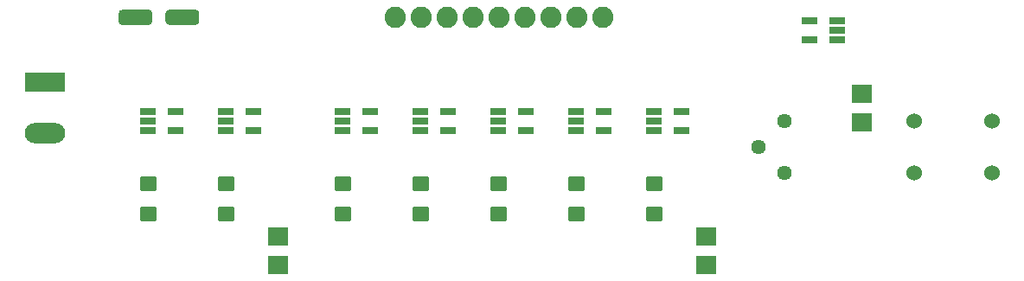
<source format=gbr>
%TF.GenerationSoftware,KiCad,Pcbnew,5.1.10*%
%TF.CreationDate,2021-08-10T02:55:15-04:00*%
%TF.ProjectId,KSG Display Board,4b534720-4469-4737-906c-617920426f61,rev?*%
%TF.SameCoordinates,Original*%
%TF.FileFunction,Soldermask,Top*%
%TF.FilePolarity,Negative*%
%FSLAX46Y46*%
G04 Gerber Fmt 4.6, Leading zero omitted, Abs format (unit mm)*
G04 Created by KiCad (PCBNEW 5.1.10) date 2021-08-10 02:55:15*
%MOMM*%
%LPD*%
G01*
G04 APERTURE LIST*
%ADD10R,1.560000X0.650000*%
%ADD11O,3.960000X1.980000*%
%ADD12R,3.960000X1.980000*%
%ADD13C,1.524000*%
%ADD14C,1.440000*%
%ADD15C,2.082800*%
G04 APERTURE END LIST*
%TO.C,R3*%
G36*
G01*
X177429160Y-122690890D02*
X175630840Y-122690890D01*
G75*
G02*
X175529240Y-122589290I0J101600D01*
G01*
X175529240Y-120991630D01*
G75*
G02*
X175630840Y-120890030I101600J0D01*
G01*
X177429160Y-120890030D01*
G75*
G02*
X177530760Y-120991630I0J-101600D01*
G01*
X177530760Y-122589290D01*
G75*
G02*
X177429160Y-122690890I-101600J0D01*
G01*
G37*
G36*
G01*
X177429160Y-125489970D02*
X175630840Y-125489970D01*
G75*
G02*
X175529240Y-125388370I0J101600D01*
G01*
X175529240Y-123790710D01*
G75*
G02*
X175630840Y-123689110I101600J0D01*
G01*
X177429160Y-123689110D01*
G75*
G02*
X177530760Y-123790710I0J-101600D01*
G01*
X177530760Y-125388370D01*
G75*
G02*
X177429160Y-125489970I-101600J0D01*
G01*
G37*
%TD*%
%TO.C,R2*%
G36*
G01*
X160390840Y-137659110D02*
X162189160Y-137659110D01*
G75*
G02*
X162290760Y-137760710I0J-101600D01*
G01*
X162290760Y-139358370D01*
G75*
G02*
X162189160Y-139459970I-101600J0D01*
G01*
X160390840Y-139459970D01*
G75*
G02*
X160289240Y-139358370I0J101600D01*
G01*
X160289240Y-137760710D01*
G75*
G02*
X160390840Y-137659110I101600J0D01*
G01*
G37*
G36*
G01*
X160390840Y-134860030D02*
X162189160Y-134860030D01*
G75*
G02*
X162290760Y-134961630I0J-101600D01*
G01*
X162290760Y-136559290D01*
G75*
G02*
X162189160Y-136660890I-101600J0D01*
G01*
X160390840Y-136660890D01*
G75*
G02*
X160289240Y-136559290I0J101600D01*
G01*
X160289240Y-134961630D01*
G75*
G02*
X160390840Y-134860030I101600J0D01*
G01*
G37*
%TD*%
%TO.C,R1*%
G36*
G01*
X118480840Y-137659110D02*
X120279160Y-137659110D01*
G75*
G02*
X120380760Y-137760710I0J-101600D01*
G01*
X120380760Y-139358370D01*
G75*
G02*
X120279160Y-139459970I-101600J0D01*
G01*
X118480840Y-139459970D01*
G75*
G02*
X118379240Y-139358370I0J101600D01*
G01*
X118379240Y-137760710D01*
G75*
G02*
X118480840Y-137659110I101600J0D01*
G01*
G37*
G36*
G01*
X118480840Y-134860030D02*
X120279160Y-134860030D01*
G75*
G02*
X120380760Y-134961630I0J-101600D01*
G01*
X120380760Y-136559290D01*
G75*
G02*
X120279160Y-136660890I-101600J0D01*
G01*
X118480840Y-136660890D01*
G75*
G02*
X118379240Y-136559290I0J101600D01*
G01*
X118379240Y-134961630D01*
G75*
G02*
X118480840Y-134860030I101600J0D01*
G01*
G37*
%TD*%
%TO.C,D2*%
G36*
G01*
X113600230Y-132877560D02*
X114999770Y-132877560D01*
G75*
G02*
X115101370Y-132979160I0J-101600D01*
G01*
X115101370Y-134178040D01*
G75*
G02*
X114999770Y-134279640I-101600J0D01*
G01*
X113600230Y-134279640D01*
G75*
G02*
X113498630Y-134178040I0J101600D01*
G01*
X113498630Y-132979160D01*
G75*
G02*
X113600230Y-132877560I101600J0D01*
G01*
G37*
G36*
G01*
X113600230Y-129880360D02*
X114999770Y-129880360D01*
G75*
G02*
X115101370Y-129981960I0J-101600D01*
G01*
X115101370Y-131180840D01*
G75*
G02*
X114999770Y-131282440I-101600J0D01*
G01*
X113600230Y-131282440D01*
G75*
G02*
X113498630Y-131180840I0J101600D01*
G01*
X113498630Y-129981960D01*
G75*
G02*
X113600230Y-129880360I101600J0D01*
G01*
G37*
%TD*%
%TO.C,D1*%
G36*
G01*
X105980230Y-132877560D02*
X107379770Y-132877560D01*
G75*
G02*
X107481370Y-132979160I0J-101600D01*
G01*
X107481370Y-134178040D01*
G75*
G02*
X107379770Y-134279640I-101600J0D01*
G01*
X105980230Y-134279640D01*
G75*
G02*
X105878630Y-134178040I0J101600D01*
G01*
X105878630Y-132979160D01*
G75*
G02*
X105980230Y-132877560I101600J0D01*
G01*
G37*
G36*
G01*
X105980230Y-129880360D02*
X107379770Y-129880360D01*
G75*
G02*
X107481370Y-129981960I0J-101600D01*
G01*
X107481370Y-131180840D01*
G75*
G02*
X107379770Y-131282440I-101600J0D01*
G01*
X105980230Y-131282440D01*
G75*
G02*
X105878630Y-131180840I0J101600D01*
G01*
X105878630Y-129981960D01*
G75*
G02*
X105980230Y-129880360I101600J0D01*
G01*
G37*
%TD*%
D10*
%TO.C,U2*%
X116920000Y-123510000D03*
X116920000Y-125410000D03*
X114220000Y-125410000D03*
X114220000Y-124460000D03*
X114220000Y-123510000D03*
%TD*%
%TO.C,U1*%
X109300000Y-123510000D03*
X109300000Y-125410000D03*
X106600000Y-125410000D03*
X106600000Y-124460000D03*
X106600000Y-123510000D03*
%TD*%
%TO.C,S1*%
G36*
G01*
X107061000Y-113919000D02*
X107061000Y-114681000D01*
G75*
G02*
X106680000Y-115062000I-381000J0D01*
G01*
X104140000Y-115062000D01*
G75*
G02*
X103759000Y-114681000I0J381000D01*
G01*
X103759000Y-113919000D01*
G75*
G02*
X104140000Y-113538000I381000J0D01*
G01*
X106680000Y-113538000D01*
G75*
G02*
X107061000Y-113919000I0J-381000D01*
G01*
G37*
G36*
G01*
X111661000Y-113919000D02*
X111661000Y-114681000D01*
G75*
G02*
X111280000Y-115062000I-381000J0D01*
G01*
X108740000Y-115062000D01*
G75*
G02*
X108359000Y-114681000I0J381000D01*
G01*
X108359000Y-113919000D01*
G75*
G02*
X108740000Y-113538000I381000J0D01*
G01*
X111280000Y-113538000D01*
G75*
G02*
X111661000Y-113919000I0J-381000D01*
G01*
G37*
%TD*%
D11*
%TO.C,J2*%
X96520000Y-125650000D03*
D12*
X96520000Y-120650000D03*
%TD*%
D13*
%TO.C,SW1*%
X189230000Y-129540000D03*
X181610000Y-129540000D03*
X189230000Y-124460000D03*
X181610000Y-124460000D03*
%TD*%
D14*
%TO.C,VR1*%
X168910000Y-124460000D03*
X166370000Y-127000000D03*
X168910000Y-129540000D03*
%TD*%
D10*
%TO.C,U9*%
X171370000Y-116520000D03*
X171370000Y-114620000D03*
X174070000Y-114620000D03*
X174070000Y-115570000D03*
X174070000Y-116520000D03*
%TD*%
%TO.C,U8*%
X158830000Y-123510000D03*
X158830000Y-125410000D03*
X156130000Y-125410000D03*
X156130000Y-124460000D03*
X156130000Y-123510000D03*
%TD*%
%TO.C,U7*%
X151210000Y-123510000D03*
X151210000Y-125410000D03*
X148510000Y-125410000D03*
X148510000Y-124460000D03*
X148510000Y-123510000D03*
%TD*%
%TO.C,U6*%
X143590000Y-123510000D03*
X143590000Y-125410000D03*
X140890000Y-125410000D03*
X140890000Y-124460000D03*
X140890000Y-123510000D03*
%TD*%
%TO.C,U5*%
X135970000Y-123510000D03*
X135970000Y-125410000D03*
X133270000Y-125410000D03*
X133270000Y-124460000D03*
X133270000Y-123510000D03*
%TD*%
%TO.C,U4*%
X128350000Y-123510000D03*
X128350000Y-125410000D03*
X125650000Y-125410000D03*
X125650000Y-124460000D03*
X125650000Y-123510000D03*
%TD*%
D15*
%TO.C,J1*%
X151130000Y-114300000D03*
X148590000Y-114300000D03*
X146050000Y-114300000D03*
X143510000Y-114300000D03*
X140970000Y-114300000D03*
X138430000Y-114300000D03*
X135890000Y-114300000D03*
X133350000Y-114300000D03*
X130810000Y-114300000D03*
%TD*%
%TO.C,D7*%
G36*
G01*
X155510230Y-132877560D02*
X156909770Y-132877560D01*
G75*
G02*
X157011370Y-132979160I0J-101600D01*
G01*
X157011370Y-134178040D01*
G75*
G02*
X156909770Y-134279640I-101600J0D01*
G01*
X155510230Y-134279640D01*
G75*
G02*
X155408630Y-134178040I0J101600D01*
G01*
X155408630Y-132979160D01*
G75*
G02*
X155510230Y-132877560I101600J0D01*
G01*
G37*
G36*
G01*
X155510230Y-129880360D02*
X156909770Y-129880360D01*
G75*
G02*
X157011370Y-129981960I0J-101600D01*
G01*
X157011370Y-131180840D01*
G75*
G02*
X156909770Y-131282440I-101600J0D01*
G01*
X155510230Y-131282440D01*
G75*
G02*
X155408630Y-131180840I0J101600D01*
G01*
X155408630Y-129981960D01*
G75*
G02*
X155510230Y-129880360I101600J0D01*
G01*
G37*
%TD*%
%TO.C,D6*%
G36*
G01*
X147890230Y-132877560D02*
X149289770Y-132877560D01*
G75*
G02*
X149391370Y-132979160I0J-101600D01*
G01*
X149391370Y-134178040D01*
G75*
G02*
X149289770Y-134279640I-101600J0D01*
G01*
X147890230Y-134279640D01*
G75*
G02*
X147788630Y-134178040I0J101600D01*
G01*
X147788630Y-132979160D01*
G75*
G02*
X147890230Y-132877560I101600J0D01*
G01*
G37*
G36*
G01*
X147890230Y-129880360D02*
X149289770Y-129880360D01*
G75*
G02*
X149391370Y-129981960I0J-101600D01*
G01*
X149391370Y-131180840D01*
G75*
G02*
X149289770Y-131282440I-101600J0D01*
G01*
X147890230Y-131282440D01*
G75*
G02*
X147788630Y-131180840I0J101600D01*
G01*
X147788630Y-129981960D01*
G75*
G02*
X147890230Y-129880360I101600J0D01*
G01*
G37*
%TD*%
%TO.C,D5*%
G36*
G01*
X140270230Y-132877560D02*
X141669770Y-132877560D01*
G75*
G02*
X141771370Y-132979160I0J-101600D01*
G01*
X141771370Y-134178040D01*
G75*
G02*
X141669770Y-134279640I-101600J0D01*
G01*
X140270230Y-134279640D01*
G75*
G02*
X140168630Y-134178040I0J101600D01*
G01*
X140168630Y-132979160D01*
G75*
G02*
X140270230Y-132877560I101600J0D01*
G01*
G37*
G36*
G01*
X140270230Y-129880360D02*
X141669770Y-129880360D01*
G75*
G02*
X141771370Y-129981960I0J-101600D01*
G01*
X141771370Y-131180840D01*
G75*
G02*
X141669770Y-131282440I-101600J0D01*
G01*
X140270230Y-131282440D01*
G75*
G02*
X140168630Y-131180840I0J101600D01*
G01*
X140168630Y-129981960D01*
G75*
G02*
X140270230Y-129880360I101600J0D01*
G01*
G37*
%TD*%
%TO.C,D4*%
G36*
G01*
X132650230Y-132877560D02*
X134049770Y-132877560D01*
G75*
G02*
X134151370Y-132979160I0J-101600D01*
G01*
X134151370Y-134178040D01*
G75*
G02*
X134049770Y-134279640I-101600J0D01*
G01*
X132650230Y-134279640D01*
G75*
G02*
X132548630Y-134178040I0J101600D01*
G01*
X132548630Y-132979160D01*
G75*
G02*
X132650230Y-132877560I101600J0D01*
G01*
G37*
G36*
G01*
X132650230Y-129880360D02*
X134049770Y-129880360D01*
G75*
G02*
X134151370Y-129981960I0J-101600D01*
G01*
X134151370Y-131180840D01*
G75*
G02*
X134049770Y-131282440I-101600J0D01*
G01*
X132650230Y-131282440D01*
G75*
G02*
X132548630Y-131180840I0J101600D01*
G01*
X132548630Y-129981960D01*
G75*
G02*
X132650230Y-129880360I101600J0D01*
G01*
G37*
%TD*%
%TO.C,D3*%
G36*
G01*
X125030230Y-132877560D02*
X126429770Y-132877560D01*
G75*
G02*
X126531370Y-132979160I0J-101600D01*
G01*
X126531370Y-134178040D01*
G75*
G02*
X126429770Y-134279640I-101600J0D01*
G01*
X125030230Y-134279640D01*
G75*
G02*
X124928630Y-134178040I0J101600D01*
G01*
X124928630Y-132979160D01*
G75*
G02*
X125030230Y-132877560I101600J0D01*
G01*
G37*
G36*
G01*
X125030230Y-129880360D02*
X126429770Y-129880360D01*
G75*
G02*
X126531370Y-129981960I0J-101600D01*
G01*
X126531370Y-131180840D01*
G75*
G02*
X126429770Y-131282440I-101600J0D01*
G01*
X125030230Y-131282440D01*
G75*
G02*
X124928630Y-131180840I0J101600D01*
G01*
X124928630Y-129981960D01*
G75*
G02*
X125030230Y-129880360I101600J0D01*
G01*
G37*
%TD*%
M02*

</source>
